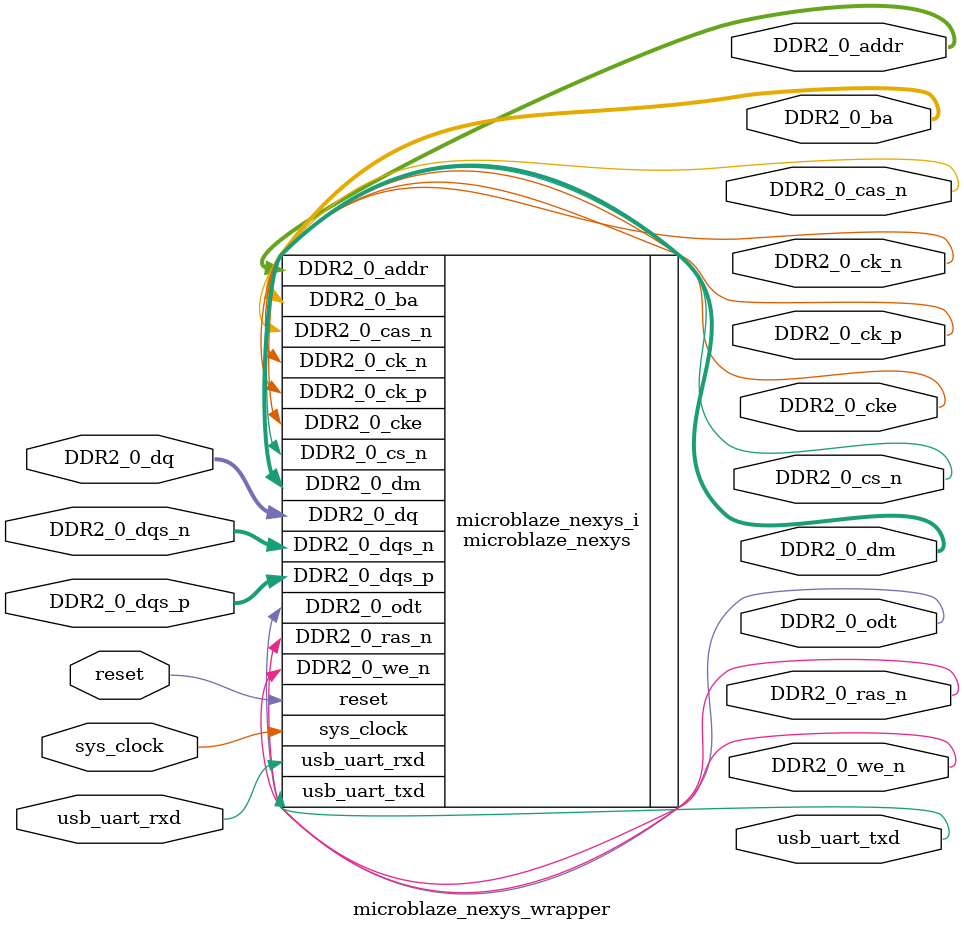
<source format=v>
`timescale 1 ps / 1 ps

module microblaze_nexys_wrapper
   (DDR2_0_addr,
    DDR2_0_ba,
    DDR2_0_cas_n,
    DDR2_0_ck_n,
    DDR2_0_ck_p,
    DDR2_0_cke,
    DDR2_0_cs_n,
    DDR2_0_dm,
    DDR2_0_dq,
    DDR2_0_dqs_n,
    DDR2_0_dqs_p,
    DDR2_0_odt,
    DDR2_0_ras_n,
    DDR2_0_we_n,
    reset,
    sys_clock,
    usb_uart_rxd,
    usb_uart_txd);
  output [12:0]DDR2_0_addr;
  output [2:0]DDR2_0_ba;
  output DDR2_0_cas_n;
  output [0:0]DDR2_0_ck_n;
  output [0:0]DDR2_0_ck_p;
  output [0:0]DDR2_0_cke;
  output [0:0]DDR2_0_cs_n;
  output [1:0]DDR2_0_dm;
  inout [15:0]DDR2_0_dq;
  inout [1:0]DDR2_0_dqs_n;
  inout [1:0]DDR2_0_dqs_p;
  output [0:0]DDR2_0_odt;
  output DDR2_0_ras_n;
  output DDR2_0_we_n;
  input reset;
  input sys_clock;
  input usb_uart_rxd;
  output usb_uart_txd;

  wire [12:0]DDR2_0_addr;
  wire [2:0]DDR2_0_ba;
  wire DDR2_0_cas_n;
  wire [0:0]DDR2_0_ck_n;
  wire [0:0]DDR2_0_ck_p;
  wire [0:0]DDR2_0_cke;
  wire [0:0]DDR2_0_cs_n;
  wire [1:0]DDR2_0_dm;
  wire [15:0]DDR2_0_dq;
  wire [1:0]DDR2_0_dqs_n;
  wire [1:0]DDR2_0_dqs_p;
  wire [0:0]DDR2_0_odt;
  wire DDR2_0_ras_n;
  wire DDR2_0_we_n;
  wire reset;
  wire sys_clock;
  wire usb_uart_rxd;
  wire usb_uart_txd;

  microblaze_nexys microblaze_nexys_i
       (.DDR2_0_addr(DDR2_0_addr),
        .DDR2_0_ba(DDR2_0_ba),
        .DDR2_0_cas_n(DDR2_0_cas_n),
        .DDR2_0_ck_n(DDR2_0_ck_n),
        .DDR2_0_ck_p(DDR2_0_ck_p),
        .DDR2_0_cke(DDR2_0_cke),
        .DDR2_0_cs_n(DDR2_0_cs_n),
        .DDR2_0_dm(DDR2_0_dm),
        .DDR2_0_dq(DDR2_0_dq),
        .DDR2_0_dqs_n(DDR2_0_dqs_n),
        .DDR2_0_dqs_p(DDR2_0_dqs_p),
        .DDR2_0_odt(DDR2_0_odt),
        .DDR2_0_ras_n(DDR2_0_ras_n),
        .DDR2_0_we_n(DDR2_0_we_n),
        .reset(reset),
        .sys_clock(sys_clock),
        .usb_uart_rxd(usb_uart_rxd),
        .usb_uart_txd(usb_uart_txd));
endmodule

</source>
